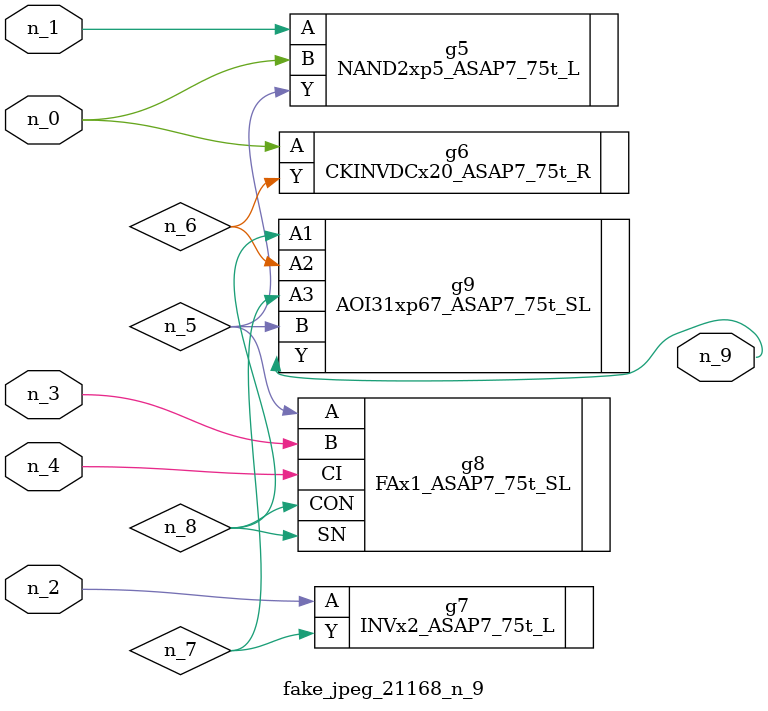
<source format=v>
module fake_jpeg_21168_n_9 (n_3, n_2, n_1, n_0, n_4, n_9);

input n_3;
input n_2;
input n_1;
input n_0;
input n_4;

output n_9;

wire n_8;
wire n_6;
wire n_5;
wire n_7;

NAND2xp5_ASAP7_75t_L g5 ( 
.A(n_1),
.B(n_0),
.Y(n_5)
);

CKINVDCx20_ASAP7_75t_R g6 ( 
.A(n_0),
.Y(n_6)
);

INVx2_ASAP7_75t_L g7 ( 
.A(n_2),
.Y(n_7)
);

FAx1_ASAP7_75t_SL g8 ( 
.A(n_5),
.B(n_3),
.CI(n_4),
.CON(n_8),
.SN(n_8)
);

AOI31xp67_ASAP7_75t_SL g9 ( 
.A1(n_8),
.A2(n_6),
.A3(n_7),
.B(n_5),
.Y(n_9)
);


endmodule
</source>
